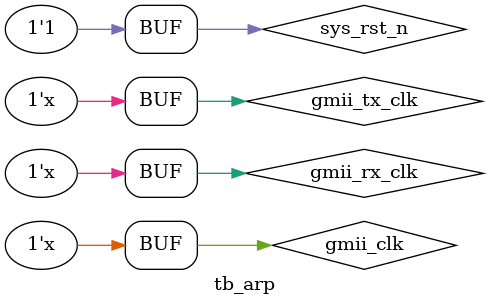
<source format=v>

`timescale  1ns/1ns                     //¶¨Òå·ÂÕæÊ±¼äµ¥Î»1nsºÍ·ÂÕæÊ±¼ä¾«¶ÈÎª1ns

module  tb_arp;

//parameter  define
parameter  T = 8;                       //Ê±ÖÓÖÜÆÚÎª8ns
parameter  OP_CYCLE = 100;              //²Ù×÷ÖÜÆÚ

//¿ª·¢°åMACµØÖ· 00-11-22-33-44-55
parameter  BOARD_MAC = 48'h00_11_22_33_44_55;     
//Êµ¼Ê¿ª·¢°åIPµØÖ· 192.168.1.10
//ÎªÁË·µ»ØÓ¦´ð,·ÂÕæ´úÂë½«¿ª·¢°åµØÖ·ÉèÖÃÓëÄ¿µÄIPµØÖ·ÏàÍ¬     
parameter  BOARD_IP  = {8'd192,8'd168,8'd1,8'd102};
//Ä¿µÄMACµØÖ· ff_ff_ff_ff_ff_ff
parameter  DES_MAC   = 48'hff_ff_ff_ff_ff_ff;
//Ä¿µÄIPµØÖ· 192.168.1.102
parameter  DES_IP    = {8'd192,8'd168,8'd1,8'd102};

//reg define
reg           gmii_clk;    //Ê±ÖÓÐÅºÅ
reg           sys_rst_n;   //¸´Î»ÐÅºÅ
reg           arp_tx_en  ; //ARP·¢ËÍÊ¹ÄÜÐÅºÅ
reg           arp_tx_type; //ARP·¢ËÍÀàÐÍ 0:ÇëÇó  1:Ó¦´ð
reg   [3:0]   flow_cnt   ;
reg   [13:0]  delay_cnt  ;

//wire define
wire          gmii_rx_clk; //GMII½ÓÊÕÊ±ÖÓ
wire          gmii_rx_dv ; //GMII½ÓÊÕÊý¾ÝÓÐÐ§ÐÅºÅ
wire  [7:0]   gmii_rxd   ; //GMII½ÓÊÕÊý¾Ý
wire          gmii_tx_clk; //GMII·¢ËÍÊ±ÖÓ
wire          gmii_tx_en ; //GMII·¢ËÍÊý¾ÝÊ¹ÄÜÐÅºÅ
wire  [7:0]   gmii_txd   ; //GMII·¢ËÍÊý¾Ý           
wire          arp_rx_done; //ARP½ÓÊÕÍê³ÉÐÅºÅ
wire          arp_rx_type; //ARP½ÓÊÕÀàÐÍ 0:ÇëÇó  1:Ó¦´ð
wire  [47:0]  src_mac    ; //½ÓÊÕµ½Ä¿µÄMACµØÖ·
wire  [31:0]  src_ip     ; //½ÓÊÕµ½Ä¿µÄIPµØÖ·    
wire  [47:0]  des_mac    ; //·¢ËÍµÄÄ¿±êMACµØÖ·
wire  [31:0]  des_ip     ; //·¢ËÍµÄÄ¿±êIPµØÖ·
wire          tx_done    ; //ÒÔÌ«Íø·¢ËÍÍê³ÉÐÅºÅ 

//*****************************************************
//**                    main code
//*****************************************************

assign gmii_rx_clk = gmii_clk   ;
assign gmii_tx_clk = gmii_clk   ;
assign gmii_rx_dv  = gmii_tx_en ;
assign gmii_rxd    = gmii_txd   ;
assign des_mac = src_mac;
assign des_ip = src_ip;

//¸øÊäÈëÐÅºÅ³õÊ¼Öµ
initial begin
    gmii_clk           = 1'b0;
    sys_rst_n          = 1'b0;     //¸´Î»
    #(T+1)  sys_rst_n  = 1'b1;     //ÔÚµÚ(T+1)nsµÄÊ±ºò¸´Î»ÐÅºÅÐÅºÅÀ­¸ß
end

//125MhzµÄÊ±ÖÓ£¬ÖÜÆÚÔòÎª1/125Mhz=8ns,ËùÒÔÃ¿4ns£¬µçÆ½È¡·´Ò»´Î
always #(T/2) gmii_clk = ~gmii_clk;

always @(posedge gmii_clk or negedge sys_rst_n) begin
    if(!sys_rst_n) begin
        arp_tx_en <= 1'b0;
        arp_tx_type <= 1'b0;
        delay_cnt <= 1'b0;
        flow_cnt <= 1'b0;
    end
    else begin
        case(flow_cnt)
            'd0 : flow_cnt <= flow_cnt + 1'b1;
            'd1 : begin
                arp_tx_en <= 1'b1;
                arp_tx_type <= 1'b0;  //·¢ËÍARPÇëÇó
                flow_cnt <= flow_cnt + 1'b1;
            end
            'd2 : begin 
                arp_tx_en <= 1'b0;
                flow_cnt <= flow_cnt + 1'b1;
            end    
            'd3 : begin
                if(tx_done)
                    flow_cnt <= flow_cnt + 1'b1;
            end
            'd4 : begin
                delay_cnt <= delay_cnt + 1'b1;
                if(delay_cnt == OP_CYCLE - 1'b1)
                    flow_cnt <= flow_cnt + 1'b1;
            end
            'd5 : begin
                arp_tx_en <= 1'b1;
                arp_tx_type <= 1'b1;  //·¢ËÍARPÓ¦´ð   
                flow_cnt <= flow_cnt + 1'b1;                
            end
            'd6 : begin 
                arp_tx_en <= 1'b0;
                flow_cnt <= flow_cnt + 1'b1;
            end 
            'd7 : begin
                if(tx_done)
                    flow_cnt <= flow_cnt + 1'b1;
            end
            default:;
        endcase    
    end
end

//ARPÍ¨ÐÅ
arp                                             
   #(
    .BOARD_MAC     (BOARD_MAC),      //²ÎÊýÀý»¯
    .BOARD_IP      (BOARD_IP ),
    .DES_MAC       (DES_MAC  ),
    .DES_IP        (DES_IP   )
    )
   u_arp(
    .rst_n         (sys_rst_n  ),
                    
    .gmii_rx_clk   (gmii_rx_clk),
    .gmii_rx_dv    (gmii_rx_dv ),
    .gmii_rxd      (gmii_rxd   ),
    .gmii_tx_clk   (gmii_tx_clk),
    .gmii_tx_en    (gmii_tx_en ),
    .gmii_txd      (gmii_txd   ),
                    
    .arp_rx_done   (arp_rx_done),
    .arp_rx_type   (arp_rx_type),
    .src_mac       (src_mac    ),
    .src_ip        (src_ip     ),
    .arp_tx_en     (arp_tx_en  ),
    .arp_tx_type   (arp_tx_type),
    .des_mac       (des_mac    ),
    .des_ip        (des_ip     ),
    .tx_done       (tx_done    )
    );

endmodule
</source>
